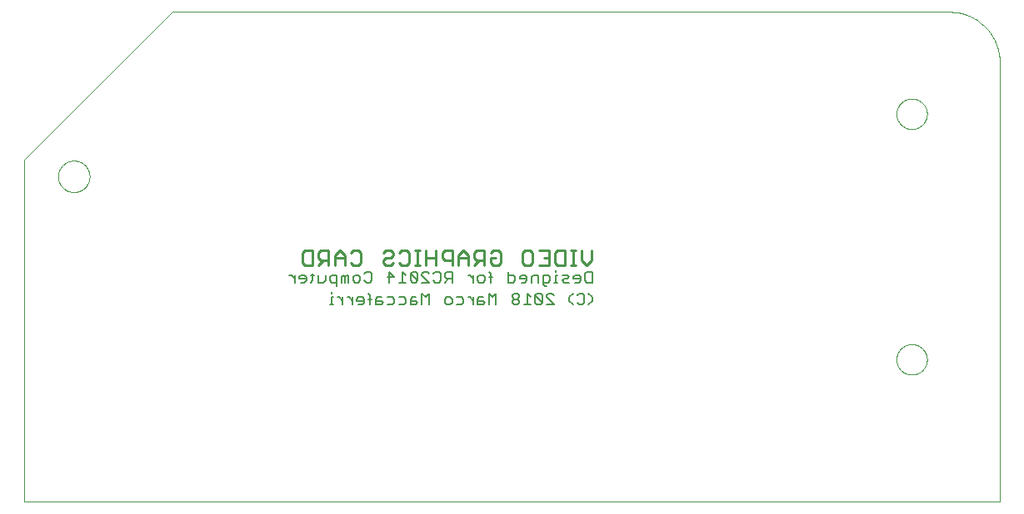
<source format=gbo>
G75*
%MOIN*%
%OFA0B0*%
%FSLAX25Y25*%
%IPPOS*%
%LPD*%
%AMOC8*
5,1,8,0,0,1.08239X$1,22.5*
%
%ADD10C,0.01100*%
%ADD11C,0.00800*%
%ADD12C,0.00000*%
D10*
X0112791Y0096784D02*
X0112791Y0100721D01*
X0113776Y0101705D01*
X0116728Y0101705D01*
X0116728Y0095800D01*
X0113776Y0095800D01*
X0112791Y0096784D01*
X0119237Y0095800D02*
X0121205Y0097768D01*
X0120221Y0097768D02*
X0123174Y0097768D01*
X0123174Y0095800D02*
X0123174Y0101705D01*
X0120221Y0101705D01*
X0119237Y0100721D01*
X0119237Y0098753D01*
X0120221Y0097768D01*
X0125682Y0098753D02*
X0129619Y0098753D01*
X0129619Y0099737D02*
X0129619Y0095800D01*
X0132128Y0096784D02*
X0133112Y0095800D01*
X0135080Y0095800D01*
X0136065Y0096784D01*
X0136065Y0100721D01*
X0135080Y0101705D01*
X0133112Y0101705D01*
X0132128Y0100721D01*
X0129619Y0099737D02*
X0127651Y0101705D01*
X0125682Y0099737D01*
X0125682Y0095800D01*
X0145019Y0096784D02*
X0146003Y0095800D01*
X0147971Y0095800D01*
X0148956Y0096784D01*
X0147971Y0098753D02*
X0146003Y0098753D01*
X0145019Y0097768D01*
X0145019Y0096784D01*
X0147971Y0098753D02*
X0148956Y0099737D01*
X0148956Y0100721D01*
X0147971Y0101705D01*
X0146003Y0101705D01*
X0145019Y0100721D01*
X0151464Y0100721D02*
X0152449Y0101705D01*
X0154417Y0101705D01*
X0155401Y0100721D01*
X0155401Y0096784D01*
X0154417Y0095800D01*
X0152449Y0095800D01*
X0151464Y0096784D01*
X0157730Y0095800D02*
X0159698Y0095800D01*
X0158714Y0095800D02*
X0158714Y0101705D01*
X0159698Y0101705D02*
X0157730Y0101705D01*
X0162207Y0101705D02*
X0162207Y0095800D01*
X0162207Y0098753D02*
X0166144Y0098753D01*
X0168652Y0098753D02*
X0169637Y0097768D01*
X0172589Y0097768D01*
X0172589Y0095800D02*
X0172589Y0101705D01*
X0169637Y0101705D01*
X0168652Y0100721D01*
X0168652Y0098753D01*
X0166144Y0101705D02*
X0166144Y0095800D01*
X0175098Y0095800D02*
X0175098Y0099737D01*
X0177066Y0101705D01*
X0179035Y0099737D01*
X0179035Y0095800D01*
X0181543Y0095800D02*
X0183512Y0097768D01*
X0182527Y0097768D02*
X0185480Y0097768D01*
X0185480Y0095800D02*
X0185480Y0101705D01*
X0182527Y0101705D01*
X0181543Y0100721D01*
X0181543Y0098753D01*
X0182527Y0097768D01*
X0179035Y0098753D02*
X0175098Y0098753D01*
X0187989Y0098753D02*
X0187989Y0096784D01*
X0188973Y0095800D01*
X0190941Y0095800D01*
X0191926Y0096784D01*
X0191926Y0100721D01*
X0190941Y0101705D01*
X0188973Y0101705D01*
X0187989Y0100721D01*
X0187989Y0098753D02*
X0189957Y0098753D01*
X0200880Y0100721D02*
X0200880Y0096784D01*
X0201864Y0095800D01*
X0203832Y0095800D01*
X0204817Y0096784D01*
X0204817Y0100721D01*
X0203832Y0101705D01*
X0201864Y0101705D01*
X0200880Y0100721D01*
X0207325Y0101705D02*
X0211262Y0101705D01*
X0211262Y0095800D01*
X0207325Y0095800D01*
X0209294Y0098753D02*
X0211262Y0098753D01*
X0213771Y0100721D02*
X0213771Y0096784D01*
X0214755Y0095800D01*
X0217708Y0095800D01*
X0217708Y0101705D01*
X0214755Y0101705D01*
X0213771Y0100721D01*
X0220036Y0101705D02*
X0222005Y0101705D01*
X0221020Y0101705D02*
X0221020Y0095800D01*
X0220036Y0095800D02*
X0222005Y0095800D01*
X0224513Y0097768D02*
X0224513Y0101705D01*
X0228450Y0101705D02*
X0228450Y0097768D01*
X0226482Y0095800D01*
X0224513Y0097768D01*
D11*
X0226498Y0093104D02*
X0228600Y0093104D01*
X0228600Y0088900D01*
X0226498Y0088900D01*
X0225798Y0089601D01*
X0225798Y0092403D01*
X0226498Y0093104D01*
X0223996Y0091002D02*
X0223295Y0091702D01*
X0221894Y0091702D01*
X0221194Y0091002D01*
X0221194Y0090301D01*
X0223996Y0090301D01*
X0223996Y0089601D02*
X0223996Y0091002D01*
X0223996Y0089601D02*
X0223295Y0088900D01*
X0221894Y0088900D01*
X0219392Y0088900D02*
X0217290Y0088900D01*
X0216590Y0089601D01*
X0217290Y0090301D01*
X0218692Y0090301D01*
X0219392Y0091002D01*
X0218692Y0091702D01*
X0216590Y0091702D01*
X0214788Y0091702D02*
X0214088Y0091702D01*
X0214088Y0088900D01*
X0214788Y0088900D02*
X0213387Y0088900D01*
X0211719Y0089601D02*
X0211018Y0088900D01*
X0208917Y0088900D01*
X0208917Y0088199D02*
X0208917Y0091702D01*
X0211018Y0091702D01*
X0211719Y0091002D01*
X0211719Y0089601D01*
X0210318Y0087499D02*
X0209617Y0087499D01*
X0208917Y0088199D01*
X0207115Y0088900D02*
X0207115Y0091702D01*
X0205013Y0091702D01*
X0204313Y0091002D01*
X0204313Y0088900D01*
X0202511Y0089601D02*
X0201811Y0088900D01*
X0200409Y0088900D01*
X0199709Y0090301D02*
X0202511Y0090301D01*
X0202511Y0089601D02*
X0202511Y0091002D01*
X0201811Y0091702D01*
X0200409Y0091702D01*
X0199709Y0091002D01*
X0199709Y0090301D01*
X0197907Y0089601D02*
X0197907Y0091002D01*
X0197207Y0091702D01*
X0195105Y0091702D01*
X0195105Y0093104D02*
X0195105Y0088900D01*
X0197207Y0088900D01*
X0197907Y0089601D01*
X0188699Y0091002D02*
X0187298Y0091002D01*
X0187999Y0092403D02*
X0187999Y0088900D01*
X0185630Y0089601D02*
X0184929Y0088900D01*
X0183528Y0088900D01*
X0182828Y0089601D01*
X0182828Y0091002D01*
X0183528Y0091702D01*
X0184929Y0091702D01*
X0185630Y0091002D01*
X0185630Y0089601D01*
X0187999Y0092403D02*
X0187298Y0093104D01*
X0181026Y0091702D02*
X0181026Y0088900D01*
X0181026Y0090301D02*
X0179625Y0091702D01*
X0178924Y0091702D01*
X0172586Y0090301D02*
X0170484Y0090301D01*
X0169783Y0091002D01*
X0169783Y0092403D01*
X0170484Y0093104D01*
X0172586Y0093104D01*
X0172586Y0088900D01*
X0171184Y0090301D02*
X0169783Y0088900D01*
X0167982Y0089601D02*
X0167281Y0088900D01*
X0165880Y0088900D01*
X0165179Y0089601D01*
X0163378Y0088900D02*
X0160575Y0091702D01*
X0160575Y0092403D01*
X0161276Y0093104D01*
X0162677Y0093104D01*
X0163378Y0092403D01*
X0165179Y0092403D02*
X0165880Y0093104D01*
X0167281Y0093104D01*
X0167982Y0092403D01*
X0167982Y0089601D01*
X0163378Y0088900D02*
X0160575Y0088900D01*
X0158774Y0089601D02*
X0158073Y0088900D01*
X0156672Y0088900D01*
X0155971Y0089601D01*
X0155971Y0092403D01*
X0158774Y0089601D01*
X0158774Y0092403D01*
X0158073Y0093104D01*
X0156672Y0093104D01*
X0155971Y0092403D01*
X0154170Y0091702D02*
X0152769Y0093104D01*
X0152769Y0088900D01*
X0154170Y0088900D02*
X0151368Y0088900D01*
X0149566Y0091002D02*
X0146764Y0091002D01*
X0147464Y0088900D02*
X0147464Y0093104D01*
X0149566Y0091002D01*
X0140358Y0092403D02*
X0140358Y0089601D01*
X0139658Y0088900D01*
X0138256Y0088900D01*
X0137556Y0089601D01*
X0135754Y0089601D02*
X0135054Y0088900D01*
X0133652Y0088900D01*
X0132952Y0089601D01*
X0132952Y0091002D01*
X0133652Y0091702D01*
X0135054Y0091702D01*
X0135754Y0091002D01*
X0135754Y0089601D01*
X0137556Y0092403D02*
X0138256Y0093104D01*
X0139658Y0093104D01*
X0140358Y0092403D01*
X0131150Y0091702D02*
X0131150Y0088900D01*
X0129749Y0088900D02*
X0129749Y0091002D01*
X0129048Y0091702D01*
X0128348Y0091002D01*
X0128348Y0088900D01*
X0126546Y0088900D02*
X0124445Y0088900D01*
X0123744Y0089601D01*
X0123744Y0091002D01*
X0124445Y0091702D01*
X0126546Y0091702D01*
X0126546Y0087499D01*
X0129749Y0091002D02*
X0130450Y0091702D01*
X0131150Y0091702D01*
X0121942Y0091702D02*
X0121942Y0089601D01*
X0121242Y0088900D01*
X0119140Y0088900D01*
X0119140Y0091702D01*
X0117338Y0091702D02*
X0115937Y0091702D01*
X0116638Y0092403D02*
X0116638Y0089601D01*
X0115937Y0088900D01*
X0114269Y0089601D02*
X0114269Y0091002D01*
X0113569Y0091702D01*
X0112167Y0091702D01*
X0111467Y0091002D01*
X0111467Y0090301D01*
X0114269Y0090301D01*
X0114269Y0089601D02*
X0113569Y0088900D01*
X0112167Y0088900D01*
X0109665Y0088900D02*
X0109665Y0091702D01*
X0109665Y0090301D02*
X0108264Y0091702D01*
X0107563Y0091702D01*
X0124311Y0085054D02*
X0124311Y0084354D01*
X0124311Y0082952D02*
X0124311Y0080150D01*
X0123611Y0080150D02*
X0125012Y0080150D01*
X0125012Y0082952D02*
X0124311Y0082952D01*
X0126747Y0082952D02*
X0127447Y0082952D01*
X0128848Y0081551D01*
X0128848Y0080150D02*
X0128848Y0082952D01*
X0130583Y0082952D02*
X0131284Y0082952D01*
X0132685Y0081551D01*
X0132685Y0080150D02*
X0132685Y0082952D01*
X0134486Y0082252D02*
X0134486Y0081551D01*
X0137289Y0081551D01*
X0137289Y0080851D02*
X0137289Y0082252D01*
X0136588Y0082952D01*
X0135187Y0082952D01*
X0134486Y0082252D01*
X0135187Y0080150D02*
X0136588Y0080150D01*
X0137289Y0080851D01*
X0138957Y0082252D02*
X0140358Y0082252D01*
X0139658Y0083653D02*
X0139658Y0080150D01*
X0142160Y0080150D02*
X0142160Y0082252D01*
X0142860Y0082952D01*
X0144261Y0082952D01*
X0144261Y0081551D02*
X0142160Y0081551D01*
X0142160Y0080150D02*
X0144261Y0080150D01*
X0144962Y0080851D01*
X0144261Y0081551D01*
X0146764Y0080150D02*
X0148865Y0080150D01*
X0149566Y0080851D01*
X0149566Y0082252D01*
X0148865Y0082952D01*
X0146764Y0082952D01*
X0151368Y0082952D02*
X0153469Y0082952D01*
X0154170Y0082252D01*
X0154170Y0080851D01*
X0153469Y0080150D01*
X0151368Y0080150D01*
X0155971Y0080150D02*
X0155971Y0082252D01*
X0156672Y0082952D01*
X0158073Y0082952D01*
X0158073Y0081551D02*
X0155971Y0081551D01*
X0155971Y0080150D02*
X0158073Y0080150D01*
X0158774Y0080851D01*
X0158073Y0081551D01*
X0160575Y0080150D02*
X0160575Y0084354D01*
X0161977Y0082952D01*
X0163378Y0084354D01*
X0163378Y0080150D01*
X0169783Y0080851D02*
X0169783Y0082252D01*
X0170484Y0082952D01*
X0171885Y0082952D01*
X0172586Y0082252D01*
X0172586Y0080851D01*
X0171885Y0080150D01*
X0170484Y0080150D01*
X0169783Y0080851D01*
X0174387Y0080150D02*
X0176489Y0080150D01*
X0177190Y0080851D01*
X0177190Y0082252D01*
X0176489Y0082952D01*
X0174387Y0082952D01*
X0178924Y0082952D02*
X0179625Y0082952D01*
X0181026Y0081551D01*
X0181026Y0080150D02*
X0181026Y0082952D01*
X0182828Y0082252D02*
X0182828Y0080150D01*
X0184929Y0080150D01*
X0185630Y0080851D01*
X0184929Y0081551D01*
X0182828Y0081551D01*
X0182828Y0082252D02*
X0183528Y0082952D01*
X0184929Y0082952D01*
X0187432Y0084354D02*
X0187432Y0080150D01*
X0190234Y0080150D02*
X0190234Y0084354D01*
X0188833Y0082952D01*
X0187432Y0084354D01*
X0196639Y0083653D02*
X0196639Y0082952D01*
X0197340Y0082252D01*
X0198741Y0082252D01*
X0199442Y0082952D01*
X0199442Y0083653D01*
X0198741Y0084354D01*
X0197340Y0084354D01*
X0196639Y0083653D01*
X0197340Y0082252D02*
X0196639Y0081551D01*
X0196639Y0080851D01*
X0197340Y0080150D01*
X0198741Y0080150D01*
X0199442Y0080851D01*
X0199442Y0081551D01*
X0198741Y0082252D01*
X0201243Y0080150D02*
X0204046Y0080150D01*
X0202645Y0080150D02*
X0202645Y0084354D01*
X0204046Y0082952D01*
X0205847Y0083653D02*
X0205847Y0080851D01*
X0206548Y0080150D01*
X0207949Y0080150D01*
X0208650Y0080851D01*
X0205847Y0083653D01*
X0206548Y0084354D01*
X0207949Y0084354D01*
X0208650Y0083653D01*
X0208650Y0080851D01*
X0210451Y0080150D02*
X0213254Y0080150D01*
X0210451Y0082952D01*
X0210451Y0083653D01*
X0211152Y0084354D01*
X0212553Y0084354D01*
X0213254Y0083653D01*
X0219526Y0082952D02*
X0220927Y0084354D01*
X0222728Y0083653D02*
X0223429Y0084354D01*
X0224830Y0084354D01*
X0225531Y0083653D01*
X0225531Y0080851D01*
X0224830Y0080150D01*
X0223429Y0080150D01*
X0222728Y0080851D01*
X0220927Y0080150D02*
X0219526Y0081551D01*
X0219526Y0082952D01*
X0227199Y0084354D02*
X0228600Y0082952D01*
X0228600Y0081551D01*
X0227199Y0080150D01*
X0214088Y0093104D02*
X0214088Y0093804D01*
X0139658Y0083653D02*
X0138957Y0084354D01*
D12*
X0001500Y0138201D02*
X0001500Y0001000D01*
X0391681Y0001000D01*
X0391681Y0177220D01*
X0391675Y0177705D01*
X0391658Y0178190D01*
X0391628Y0178674D01*
X0391587Y0179158D01*
X0391535Y0179640D01*
X0391470Y0180121D01*
X0391394Y0180600D01*
X0391307Y0181078D01*
X0391208Y0181553D01*
X0391098Y0182025D01*
X0390976Y0182495D01*
X0390843Y0182962D01*
X0390698Y0183425D01*
X0390543Y0183884D01*
X0390376Y0184340D01*
X0390199Y0184792D01*
X0390010Y0185239D01*
X0389811Y0185681D01*
X0389601Y0186119D01*
X0389381Y0186551D01*
X0389150Y0186978D01*
X0388909Y0187399D01*
X0388658Y0187814D01*
X0388397Y0188224D01*
X0388127Y0188626D01*
X0387846Y0189022D01*
X0387556Y0189411D01*
X0387257Y0189793D01*
X0386949Y0190168D01*
X0386631Y0190535D01*
X0386305Y0190894D01*
X0385971Y0191245D01*
X0385627Y0191589D01*
X0385276Y0191923D01*
X0384917Y0192249D01*
X0384550Y0192567D01*
X0384175Y0192875D01*
X0383793Y0193174D01*
X0383404Y0193464D01*
X0383008Y0193745D01*
X0382606Y0194015D01*
X0382196Y0194276D01*
X0381781Y0194527D01*
X0381360Y0194768D01*
X0380933Y0194999D01*
X0380501Y0195219D01*
X0380063Y0195429D01*
X0379621Y0195628D01*
X0379174Y0195817D01*
X0378722Y0195994D01*
X0378266Y0196161D01*
X0377807Y0196316D01*
X0377344Y0196461D01*
X0376877Y0196594D01*
X0376407Y0196716D01*
X0375935Y0196826D01*
X0375460Y0196925D01*
X0374982Y0197012D01*
X0374503Y0197088D01*
X0374022Y0197153D01*
X0373540Y0197205D01*
X0373056Y0197246D01*
X0372572Y0197276D01*
X0372087Y0197293D01*
X0371602Y0197299D01*
X0060598Y0197299D01*
X0001500Y0138201D01*
X0015000Y0131402D02*
X0015002Y0131560D01*
X0015008Y0131718D01*
X0015018Y0131876D01*
X0015032Y0132034D01*
X0015050Y0132191D01*
X0015071Y0132348D01*
X0015097Y0132504D01*
X0015127Y0132660D01*
X0015160Y0132815D01*
X0015198Y0132968D01*
X0015239Y0133121D01*
X0015284Y0133273D01*
X0015333Y0133424D01*
X0015386Y0133573D01*
X0015442Y0133721D01*
X0015502Y0133867D01*
X0015566Y0134012D01*
X0015634Y0134155D01*
X0015705Y0134297D01*
X0015779Y0134437D01*
X0015857Y0134574D01*
X0015939Y0134710D01*
X0016023Y0134844D01*
X0016112Y0134975D01*
X0016203Y0135104D01*
X0016298Y0135231D01*
X0016395Y0135356D01*
X0016496Y0135478D01*
X0016600Y0135597D01*
X0016707Y0135714D01*
X0016817Y0135828D01*
X0016930Y0135939D01*
X0017045Y0136048D01*
X0017163Y0136153D01*
X0017284Y0136255D01*
X0017407Y0136355D01*
X0017533Y0136451D01*
X0017661Y0136544D01*
X0017791Y0136634D01*
X0017924Y0136720D01*
X0018059Y0136804D01*
X0018195Y0136883D01*
X0018334Y0136960D01*
X0018475Y0137032D01*
X0018617Y0137102D01*
X0018761Y0137167D01*
X0018907Y0137229D01*
X0019054Y0137287D01*
X0019203Y0137342D01*
X0019353Y0137393D01*
X0019504Y0137440D01*
X0019656Y0137483D01*
X0019809Y0137522D01*
X0019964Y0137558D01*
X0020119Y0137589D01*
X0020275Y0137617D01*
X0020431Y0137641D01*
X0020588Y0137661D01*
X0020746Y0137677D01*
X0020903Y0137689D01*
X0021062Y0137697D01*
X0021220Y0137701D01*
X0021378Y0137701D01*
X0021536Y0137697D01*
X0021695Y0137689D01*
X0021852Y0137677D01*
X0022010Y0137661D01*
X0022167Y0137641D01*
X0022323Y0137617D01*
X0022479Y0137589D01*
X0022634Y0137558D01*
X0022789Y0137522D01*
X0022942Y0137483D01*
X0023094Y0137440D01*
X0023245Y0137393D01*
X0023395Y0137342D01*
X0023544Y0137287D01*
X0023691Y0137229D01*
X0023837Y0137167D01*
X0023981Y0137102D01*
X0024123Y0137032D01*
X0024264Y0136960D01*
X0024403Y0136883D01*
X0024539Y0136804D01*
X0024674Y0136720D01*
X0024807Y0136634D01*
X0024937Y0136544D01*
X0025065Y0136451D01*
X0025191Y0136355D01*
X0025314Y0136255D01*
X0025435Y0136153D01*
X0025553Y0136048D01*
X0025668Y0135939D01*
X0025781Y0135828D01*
X0025891Y0135714D01*
X0025998Y0135597D01*
X0026102Y0135478D01*
X0026203Y0135356D01*
X0026300Y0135231D01*
X0026395Y0135104D01*
X0026486Y0134975D01*
X0026575Y0134844D01*
X0026659Y0134710D01*
X0026741Y0134574D01*
X0026819Y0134437D01*
X0026893Y0134297D01*
X0026964Y0134155D01*
X0027032Y0134012D01*
X0027096Y0133867D01*
X0027156Y0133721D01*
X0027212Y0133573D01*
X0027265Y0133424D01*
X0027314Y0133273D01*
X0027359Y0133121D01*
X0027400Y0132968D01*
X0027438Y0132815D01*
X0027471Y0132660D01*
X0027501Y0132504D01*
X0027527Y0132348D01*
X0027548Y0132191D01*
X0027566Y0132034D01*
X0027580Y0131876D01*
X0027590Y0131718D01*
X0027596Y0131560D01*
X0027598Y0131402D01*
X0027596Y0131244D01*
X0027590Y0131086D01*
X0027580Y0130928D01*
X0027566Y0130770D01*
X0027548Y0130613D01*
X0027527Y0130456D01*
X0027501Y0130300D01*
X0027471Y0130144D01*
X0027438Y0129989D01*
X0027400Y0129836D01*
X0027359Y0129683D01*
X0027314Y0129531D01*
X0027265Y0129380D01*
X0027212Y0129231D01*
X0027156Y0129083D01*
X0027096Y0128937D01*
X0027032Y0128792D01*
X0026964Y0128649D01*
X0026893Y0128507D01*
X0026819Y0128367D01*
X0026741Y0128230D01*
X0026659Y0128094D01*
X0026575Y0127960D01*
X0026486Y0127829D01*
X0026395Y0127700D01*
X0026300Y0127573D01*
X0026203Y0127448D01*
X0026102Y0127326D01*
X0025998Y0127207D01*
X0025891Y0127090D01*
X0025781Y0126976D01*
X0025668Y0126865D01*
X0025553Y0126756D01*
X0025435Y0126651D01*
X0025314Y0126549D01*
X0025191Y0126449D01*
X0025065Y0126353D01*
X0024937Y0126260D01*
X0024807Y0126170D01*
X0024674Y0126084D01*
X0024539Y0126000D01*
X0024403Y0125921D01*
X0024264Y0125844D01*
X0024123Y0125772D01*
X0023981Y0125702D01*
X0023837Y0125637D01*
X0023691Y0125575D01*
X0023544Y0125517D01*
X0023395Y0125462D01*
X0023245Y0125411D01*
X0023094Y0125364D01*
X0022942Y0125321D01*
X0022789Y0125282D01*
X0022634Y0125246D01*
X0022479Y0125215D01*
X0022323Y0125187D01*
X0022167Y0125163D01*
X0022010Y0125143D01*
X0021852Y0125127D01*
X0021695Y0125115D01*
X0021536Y0125107D01*
X0021378Y0125103D01*
X0021220Y0125103D01*
X0021062Y0125107D01*
X0020903Y0125115D01*
X0020746Y0125127D01*
X0020588Y0125143D01*
X0020431Y0125163D01*
X0020275Y0125187D01*
X0020119Y0125215D01*
X0019964Y0125246D01*
X0019809Y0125282D01*
X0019656Y0125321D01*
X0019504Y0125364D01*
X0019353Y0125411D01*
X0019203Y0125462D01*
X0019054Y0125517D01*
X0018907Y0125575D01*
X0018761Y0125637D01*
X0018617Y0125702D01*
X0018475Y0125772D01*
X0018334Y0125844D01*
X0018195Y0125921D01*
X0018059Y0126000D01*
X0017924Y0126084D01*
X0017791Y0126170D01*
X0017661Y0126260D01*
X0017533Y0126353D01*
X0017407Y0126449D01*
X0017284Y0126549D01*
X0017163Y0126651D01*
X0017045Y0126756D01*
X0016930Y0126865D01*
X0016817Y0126976D01*
X0016707Y0127090D01*
X0016600Y0127207D01*
X0016496Y0127326D01*
X0016395Y0127448D01*
X0016298Y0127573D01*
X0016203Y0127700D01*
X0016112Y0127829D01*
X0016023Y0127960D01*
X0015939Y0128094D01*
X0015857Y0128230D01*
X0015779Y0128367D01*
X0015705Y0128507D01*
X0015634Y0128649D01*
X0015566Y0128792D01*
X0015502Y0128937D01*
X0015442Y0129083D01*
X0015386Y0129231D01*
X0015333Y0129380D01*
X0015284Y0129531D01*
X0015239Y0129683D01*
X0015198Y0129836D01*
X0015160Y0129989D01*
X0015127Y0130144D01*
X0015097Y0130300D01*
X0015071Y0130456D01*
X0015050Y0130613D01*
X0015032Y0130770D01*
X0015018Y0130928D01*
X0015008Y0131086D01*
X0015002Y0131244D01*
X0015000Y0131402D01*
X0350398Y0156463D02*
X0350400Y0156619D01*
X0350406Y0156775D01*
X0350416Y0156930D01*
X0350430Y0157085D01*
X0350448Y0157240D01*
X0350470Y0157394D01*
X0350495Y0157548D01*
X0350525Y0157701D01*
X0350559Y0157853D01*
X0350596Y0158005D01*
X0350637Y0158155D01*
X0350682Y0158304D01*
X0350731Y0158452D01*
X0350784Y0158599D01*
X0350840Y0158744D01*
X0350900Y0158888D01*
X0350964Y0159030D01*
X0351032Y0159171D01*
X0351103Y0159309D01*
X0351177Y0159446D01*
X0351255Y0159581D01*
X0351336Y0159714D01*
X0351421Y0159845D01*
X0351509Y0159974D01*
X0351600Y0160100D01*
X0351695Y0160224D01*
X0351792Y0160345D01*
X0351893Y0160464D01*
X0351997Y0160581D01*
X0352103Y0160694D01*
X0352213Y0160805D01*
X0352325Y0160913D01*
X0352440Y0161018D01*
X0352558Y0161121D01*
X0352678Y0161220D01*
X0352801Y0161316D01*
X0352926Y0161409D01*
X0353053Y0161498D01*
X0353183Y0161585D01*
X0353315Y0161668D01*
X0353449Y0161747D01*
X0353585Y0161824D01*
X0353723Y0161896D01*
X0353862Y0161966D01*
X0354004Y0162031D01*
X0354147Y0162093D01*
X0354291Y0162151D01*
X0354437Y0162206D01*
X0354585Y0162257D01*
X0354733Y0162304D01*
X0354883Y0162347D01*
X0355034Y0162386D01*
X0355186Y0162422D01*
X0355338Y0162453D01*
X0355492Y0162481D01*
X0355646Y0162505D01*
X0355800Y0162525D01*
X0355955Y0162541D01*
X0356111Y0162553D01*
X0356266Y0162561D01*
X0356422Y0162565D01*
X0356578Y0162565D01*
X0356734Y0162561D01*
X0356889Y0162553D01*
X0357045Y0162541D01*
X0357200Y0162525D01*
X0357354Y0162505D01*
X0357508Y0162481D01*
X0357662Y0162453D01*
X0357814Y0162422D01*
X0357966Y0162386D01*
X0358117Y0162347D01*
X0358267Y0162304D01*
X0358415Y0162257D01*
X0358563Y0162206D01*
X0358709Y0162151D01*
X0358853Y0162093D01*
X0358996Y0162031D01*
X0359138Y0161966D01*
X0359277Y0161896D01*
X0359415Y0161824D01*
X0359551Y0161747D01*
X0359685Y0161668D01*
X0359817Y0161585D01*
X0359947Y0161498D01*
X0360074Y0161409D01*
X0360199Y0161316D01*
X0360322Y0161220D01*
X0360442Y0161121D01*
X0360560Y0161018D01*
X0360675Y0160913D01*
X0360787Y0160805D01*
X0360897Y0160694D01*
X0361003Y0160581D01*
X0361107Y0160464D01*
X0361208Y0160345D01*
X0361305Y0160224D01*
X0361400Y0160100D01*
X0361491Y0159974D01*
X0361579Y0159845D01*
X0361664Y0159714D01*
X0361745Y0159581D01*
X0361823Y0159446D01*
X0361897Y0159309D01*
X0361968Y0159171D01*
X0362036Y0159030D01*
X0362100Y0158888D01*
X0362160Y0158744D01*
X0362216Y0158599D01*
X0362269Y0158452D01*
X0362318Y0158304D01*
X0362363Y0158155D01*
X0362404Y0158005D01*
X0362441Y0157853D01*
X0362475Y0157701D01*
X0362505Y0157548D01*
X0362530Y0157394D01*
X0362552Y0157240D01*
X0362570Y0157085D01*
X0362584Y0156930D01*
X0362594Y0156775D01*
X0362600Y0156619D01*
X0362602Y0156463D01*
X0362600Y0156307D01*
X0362594Y0156151D01*
X0362584Y0155996D01*
X0362570Y0155841D01*
X0362552Y0155686D01*
X0362530Y0155532D01*
X0362505Y0155378D01*
X0362475Y0155225D01*
X0362441Y0155073D01*
X0362404Y0154921D01*
X0362363Y0154771D01*
X0362318Y0154622D01*
X0362269Y0154474D01*
X0362216Y0154327D01*
X0362160Y0154182D01*
X0362100Y0154038D01*
X0362036Y0153896D01*
X0361968Y0153755D01*
X0361897Y0153617D01*
X0361823Y0153480D01*
X0361745Y0153345D01*
X0361664Y0153212D01*
X0361579Y0153081D01*
X0361491Y0152952D01*
X0361400Y0152826D01*
X0361305Y0152702D01*
X0361208Y0152581D01*
X0361107Y0152462D01*
X0361003Y0152345D01*
X0360897Y0152232D01*
X0360787Y0152121D01*
X0360675Y0152013D01*
X0360560Y0151908D01*
X0360442Y0151805D01*
X0360322Y0151706D01*
X0360199Y0151610D01*
X0360074Y0151517D01*
X0359947Y0151428D01*
X0359817Y0151341D01*
X0359685Y0151258D01*
X0359551Y0151179D01*
X0359415Y0151102D01*
X0359277Y0151030D01*
X0359138Y0150960D01*
X0358996Y0150895D01*
X0358853Y0150833D01*
X0358709Y0150775D01*
X0358563Y0150720D01*
X0358415Y0150669D01*
X0358267Y0150622D01*
X0358117Y0150579D01*
X0357966Y0150540D01*
X0357814Y0150504D01*
X0357662Y0150473D01*
X0357508Y0150445D01*
X0357354Y0150421D01*
X0357200Y0150401D01*
X0357045Y0150385D01*
X0356889Y0150373D01*
X0356734Y0150365D01*
X0356578Y0150361D01*
X0356422Y0150361D01*
X0356266Y0150365D01*
X0356111Y0150373D01*
X0355955Y0150385D01*
X0355800Y0150401D01*
X0355646Y0150421D01*
X0355492Y0150445D01*
X0355338Y0150473D01*
X0355186Y0150504D01*
X0355034Y0150540D01*
X0354883Y0150579D01*
X0354733Y0150622D01*
X0354585Y0150669D01*
X0354437Y0150720D01*
X0354291Y0150775D01*
X0354147Y0150833D01*
X0354004Y0150895D01*
X0353862Y0150960D01*
X0353723Y0151030D01*
X0353585Y0151102D01*
X0353449Y0151179D01*
X0353315Y0151258D01*
X0353183Y0151341D01*
X0353053Y0151428D01*
X0352926Y0151517D01*
X0352801Y0151610D01*
X0352678Y0151706D01*
X0352558Y0151805D01*
X0352440Y0151908D01*
X0352325Y0152013D01*
X0352213Y0152121D01*
X0352103Y0152232D01*
X0351997Y0152345D01*
X0351893Y0152462D01*
X0351792Y0152581D01*
X0351695Y0152702D01*
X0351600Y0152826D01*
X0351509Y0152952D01*
X0351421Y0153081D01*
X0351336Y0153212D01*
X0351255Y0153345D01*
X0351177Y0153480D01*
X0351103Y0153617D01*
X0351032Y0153755D01*
X0350964Y0153896D01*
X0350900Y0154038D01*
X0350840Y0154182D01*
X0350784Y0154327D01*
X0350731Y0154474D01*
X0350682Y0154622D01*
X0350637Y0154771D01*
X0350596Y0154921D01*
X0350559Y0155073D01*
X0350525Y0155225D01*
X0350495Y0155378D01*
X0350470Y0155532D01*
X0350448Y0155686D01*
X0350430Y0155841D01*
X0350416Y0155996D01*
X0350406Y0156151D01*
X0350400Y0156307D01*
X0350398Y0156463D01*
X0350398Y0058037D02*
X0350400Y0058193D01*
X0350406Y0058349D01*
X0350416Y0058504D01*
X0350430Y0058659D01*
X0350448Y0058814D01*
X0350470Y0058968D01*
X0350495Y0059122D01*
X0350525Y0059275D01*
X0350559Y0059427D01*
X0350596Y0059579D01*
X0350637Y0059729D01*
X0350682Y0059878D01*
X0350731Y0060026D01*
X0350784Y0060173D01*
X0350840Y0060318D01*
X0350900Y0060462D01*
X0350964Y0060604D01*
X0351032Y0060745D01*
X0351103Y0060883D01*
X0351177Y0061020D01*
X0351255Y0061155D01*
X0351336Y0061288D01*
X0351421Y0061419D01*
X0351509Y0061548D01*
X0351600Y0061674D01*
X0351695Y0061798D01*
X0351792Y0061919D01*
X0351893Y0062038D01*
X0351997Y0062155D01*
X0352103Y0062268D01*
X0352213Y0062379D01*
X0352325Y0062487D01*
X0352440Y0062592D01*
X0352558Y0062695D01*
X0352678Y0062794D01*
X0352801Y0062890D01*
X0352926Y0062983D01*
X0353053Y0063072D01*
X0353183Y0063159D01*
X0353315Y0063242D01*
X0353449Y0063321D01*
X0353585Y0063398D01*
X0353723Y0063470D01*
X0353862Y0063540D01*
X0354004Y0063605D01*
X0354147Y0063667D01*
X0354291Y0063725D01*
X0354437Y0063780D01*
X0354585Y0063831D01*
X0354733Y0063878D01*
X0354883Y0063921D01*
X0355034Y0063960D01*
X0355186Y0063996D01*
X0355338Y0064027D01*
X0355492Y0064055D01*
X0355646Y0064079D01*
X0355800Y0064099D01*
X0355955Y0064115D01*
X0356111Y0064127D01*
X0356266Y0064135D01*
X0356422Y0064139D01*
X0356578Y0064139D01*
X0356734Y0064135D01*
X0356889Y0064127D01*
X0357045Y0064115D01*
X0357200Y0064099D01*
X0357354Y0064079D01*
X0357508Y0064055D01*
X0357662Y0064027D01*
X0357814Y0063996D01*
X0357966Y0063960D01*
X0358117Y0063921D01*
X0358267Y0063878D01*
X0358415Y0063831D01*
X0358563Y0063780D01*
X0358709Y0063725D01*
X0358853Y0063667D01*
X0358996Y0063605D01*
X0359138Y0063540D01*
X0359277Y0063470D01*
X0359415Y0063398D01*
X0359551Y0063321D01*
X0359685Y0063242D01*
X0359817Y0063159D01*
X0359947Y0063072D01*
X0360074Y0062983D01*
X0360199Y0062890D01*
X0360322Y0062794D01*
X0360442Y0062695D01*
X0360560Y0062592D01*
X0360675Y0062487D01*
X0360787Y0062379D01*
X0360897Y0062268D01*
X0361003Y0062155D01*
X0361107Y0062038D01*
X0361208Y0061919D01*
X0361305Y0061798D01*
X0361400Y0061674D01*
X0361491Y0061548D01*
X0361579Y0061419D01*
X0361664Y0061288D01*
X0361745Y0061155D01*
X0361823Y0061020D01*
X0361897Y0060883D01*
X0361968Y0060745D01*
X0362036Y0060604D01*
X0362100Y0060462D01*
X0362160Y0060318D01*
X0362216Y0060173D01*
X0362269Y0060026D01*
X0362318Y0059878D01*
X0362363Y0059729D01*
X0362404Y0059579D01*
X0362441Y0059427D01*
X0362475Y0059275D01*
X0362505Y0059122D01*
X0362530Y0058968D01*
X0362552Y0058814D01*
X0362570Y0058659D01*
X0362584Y0058504D01*
X0362594Y0058349D01*
X0362600Y0058193D01*
X0362602Y0058037D01*
X0362600Y0057881D01*
X0362594Y0057725D01*
X0362584Y0057570D01*
X0362570Y0057415D01*
X0362552Y0057260D01*
X0362530Y0057106D01*
X0362505Y0056952D01*
X0362475Y0056799D01*
X0362441Y0056647D01*
X0362404Y0056495D01*
X0362363Y0056345D01*
X0362318Y0056196D01*
X0362269Y0056048D01*
X0362216Y0055901D01*
X0362160Y0055756D01*
X0362100Y0055612D01*
X0362036Y0055470D01*
X0361968Y0055329D01*
X0361897Y0055191D01*
X0361823Y0055054D01*
X0361745Y0054919D01*
X0361664Y0054786D01*
X0361579Y0054655D01*
X0361491Y0054526D01*
X0361400Y0054400D01*
X0361305Y0054276D01*
X0361208Y0054155D01*
X0361107Y0054036D01*
X0361003Y0053919D01*
X0360897Y0053806D01*
X0360787Y0053695D01*
X0360675Y0053587D01*
X0360560Y0053482D01*
X0360442Y0053379D01*
X0360322Y0053280D01*
X0360199Y0053184D01*
X0360074Y0053091D01*
X0359947Y0053002D01*
X0359817Y0052915D01*
X0359685Y0052832D01*
X0359551Y0052753D01*
X0359415Y0052676D01*
X0359277Y0052604D01*
X0359138Y0052534D01*
X0358996Y0052469D01*
X0358853Y0052407D01*
X0358709Y0052349D01*
X0358563Y0052294D01*
X0358415Y0052243D01*
X0358267Y0052196D01*
X0358117Y0052153D01*
X0357966Y0052114D01*
X0357814Y0052078D01*
X0357662Y0052047D01*
X0357508Y0052019D01*
X0357354Y0051995D01*
X0357200Y0051975D01*
X0357045Y0051959D01*
X0356889Y0051947D01*
X0356734Y0051939D01*
X0356578Y0051935D01*
X0356422Y0051935D01*
X0356266Y0051939D01*
X0356111Y0051947D01*
X0355955Y0051959D01*
X0355800Y0051975D01*
X0355646Y0051995D01*
X0355492Y0052019D01*
X0355338Y0052047D01*
X0355186Y0052078D01*
X0355034Y0052114D01*
X0354883Y0052153D01*
X0354733Y0052196D01*
X0354585Y0052243D01*
X0354437Y0052294D01*
X0354291Y0052349D01*
X0354147Y0052407D01*
X0354004Y0052469D01*
X0353862Y0052534D01*
X0353723Y0052604D01*
X0353585Y0052676D01*
X0353449Y0052753D01*
X0353315Y0052832D01*
X0353183Y0052915D01*
X0353053Y0053002D01*
X0352926Y0053091D01*
X0352801Y0053184D01*
X0352678Y0053280D01*
X0352558Y0053379D01*
X0352440Y0053482D01*
X0352325Y0053587D01*
X0352213Y0053695D01*
X0352103Y0053806D01*
X0351997Y0053919D01*
X0351893Y0054036D01*
X0351792Y0054155D01*
X0351695Y0054276D01*
X0351600Y0054400D01*
X0351509Y0054526D01*
X0351421Y0054655D01*
X0351336Y0054786D01*
X0351255Y0054919D01*
X0351177Y0055054D01*
X0351103Y0055191D01*
X0351032Y0055329D01*
X0350964Y0055470D01*
X0350900Y0055612D01*
X0350840Y0055756D01*
X0350784Y0055901D01*
X0350731Y0056048D01*
X0350682Y0056196D01*
X0350637Y0056345D01*
X0350596Y0056495D01*
X0350559Y0056647D01*
X0350525Y0056799D01*
X0350495Y0056952D01*
X0350470Y0057106D01*
X0350448Y0057260D01*
X0350430Y0057415D01*
X0350416Y0057570D01*
X0350406Y0057725D01*
X0350400Y0057881D01*
X0350398Y0058037D01*
M02*

</source>
